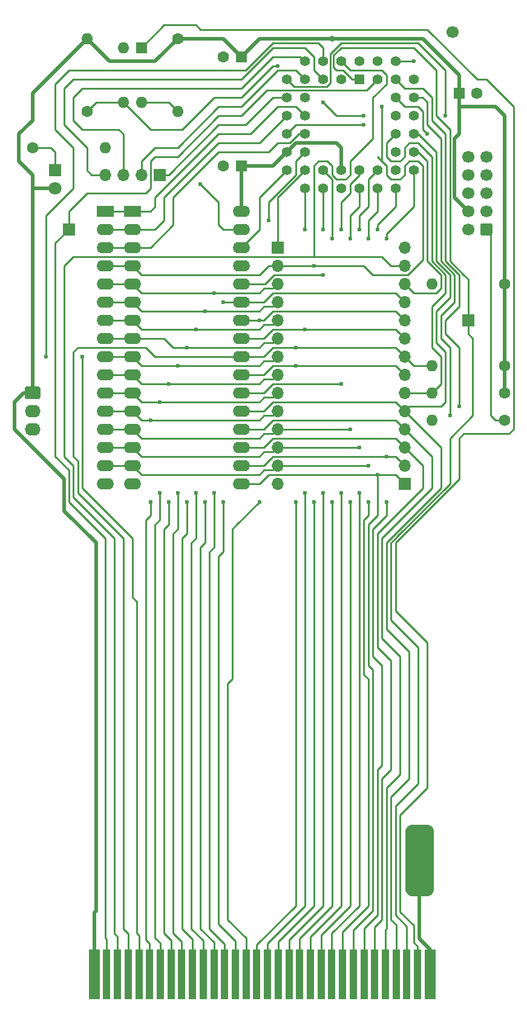
<source format=gbr>
G04 #@! TF.GenerationSoftware,KiCad,Pcbnew,(5.1.7)-1*
G04 #@! TF.CreationDate,2022-08-23T14:15:26-03:00*
G04 #@! TF.ProjectId,Squareboi2,53717561-7265-4626-9f69-322e6b696361,1*
G04 #@! TF.SameCoordinates,Original*
G04 #@! TF.FileFunction,Copper,L1,Top*
G04 #@! TF.FilePolarity,Positive*
%FSLAX46Y46*%
G04 Gerber Fmt 4.6, Leading zero omitted, Abs format (unit mm)*
G04 Created by KiCad (PCBNEW (5.1.7)-1) date 2022-08-23 14:15:26*
%MOMM*%
%LPD*%
G01*
G04 APERTURE LIST*
G04 #@! TA.AperFunction,ComponentPad*
%ADD10R,1.700000X1.700000*%
G04 #@! TD*
G04 #@! TA.AperFunction,ComponentPad*
%ADD11O,2.190000X1.740000*%
G04 #@! TD*
G04 #@! TA.AperFunction,ComponentPad*
%ADD12C,1.800000*%
G04 #@! TD*
G04 #@! TA.AperFunction,ComponentPad*
%ADD13R,1.800000X1.800000*%
G04 #@! TD*
G04 #@! TA.AperFunction,ComponentPad*
%ADD14O,1.600000X1.600000*%
G04 #@! TD*
G04 #@! TA.AperFunction,ComponentPad*
%ADD15C,1.600000*%
G04 #@! TD*
G04 #@! TA.AperFunction,ComponentPad*
%ADD16R,1.600000X1.600000*%
G04 #@! TD*
G04 #@! TA.AperFunction,ComponentPad*
%ADD17C,1.700000*%
G04 #@! TD*
G04 #@! TA.AperFunction,ComponentPad*
%ADD18O,1.700000X1.700000*%
G04 #@! TD*
G04 #@! TA.AperFunction,ComponentPad*
%ADD19O,2.400000X1.600000*%
G04 #@! TD*
G04 #@! TA.AperFunction,ComponentPad*
%ADD20R,2.400000X1.600000*%
G04 #@! TD*
G04 #@! TA.AperFunction,ComponentPad*
%ADD21C,1.422400*%
G04 #@! TD*
G04 #@! TA.AperFunction,ComponentPad*
%ADD22R,1.422400X1.422400*%
G04 #@! TD*
G04 #@! TA.AperFunction,SMDPad,CuDef*
%ADD23R,1.500000X7.000000*%
G04 #@! TD*
G04 #@! TA.AperFunction,SMDPad,CuDef*
%ADD24R,1.000000X7.000000*%
G04 #@! TD*
G04 #@! TA.AperFunction,ViaPad*
%ADD25C,0.800000*%
G04 #@! TD*
G04 #@! TA.AperFunction,ViaPad*
%ADD26C,0.600000*%
G04 #@! TD*
G04 #@! TA.AperFunction,Conductor*
%ADD27C,0.500000*%
G04 #@! TD*
G04 #@! TA.AperFunction,Conductor*
%ADD28C,0.250000*%
G04 #@! TD*
G04 #@! TA.AperFunction,Conductor*
%ADD29C,0.254000*%
G04 #@! TD*
G04 #@! TA.AperFunction,Conductor*
%ADD30C,0.100000*%
G04 #@! TD*
G04 APERTURE END LIST*
D10*
X83820000Y-63500000D03*
D11*
X22860000Y-78740000D03*
X22860000Y-76200000D03*
G04 #@! TA.AperFunction,ComponentPad*
G36*
G01*
X22014999Y-72790000D02*
X23705001Y-72790000D01*
G75*
G02*
X23955000Y-73039999I0J-249999D01*
G01*
X23955000Y-74280001D01*
G75*
G02*
X23705001Y-74530000I-249999J0D01*
G01*
X22014999Y-74530000D01*
G75*
G02*
X21765000Y-74280001I0J249999D01*
G01*
X21765000Y-73039999D01*
G75*
G02*
X22014999Y-72790000I249999J0D01*
G01*
G37*
G04 #@! TD.AperFunction*
D12*
X26035000Y-45085000D03*
D13*
X26035000Y-42545000D03*
D14*
X33020000Y-39370000D03*
D15*
X22860000Y-39370000D03*
D14*
X78740000Y-77470000D03*
D15*
X88900000Y-77470000D03*
D14*
X78740000Y-73660000D03*
D15*
X88900000Y-73660000D03*
D14*
X78740000Y-69850000D03*
D15*
X88900000Y-69850000D03*
D14*
X78740000Y-58420000D03*
D15*
X88900000Y-58420000D03*
D14*
X30480000Y-24130000D03*
D15*
X30480000Y-34290000D03*
D14*
X43180000Y-34290000D03*
D15*
X43180000Y-24130000D03*
D14*
X38100000Y-33020000D03*
X35560000Y-25400000D03*
X35560000Y-33020000D03*
D16*
X38100000Y-25400000D03*
D17*
X83820000Y-40640000D03*
X83820000Y-43180000D03*
X83820000Y-45720000D03*
X83820000Y-48260000D03*
X83820000Y-50800000D03*
X86360000Y-40640000D03*
X86360000Y-43180000D03*
X86360000Y-45720000D03*
X86360000Y-48260000D03*
G04 #@! TA.AperFunction,ComponentPad*
G36*
G01*
X87210000Y-50200000D02*
X87210000Y-51400000D01*
G75*
G02*
X86960000Y-51650000I-250000J0D01*
G01*
X85760000Y-51650000D01*
G75*
G02*
X85510000Y-51400000I0J250000D01*
G01*
X85510000Y-50200000D01*
G75*
G02*
X85760000Y-49950000I250000J0D01*
G01*
X86960000Y-49950000D01*
G75*
G02*
X87210000Y-50200000I0J-250000D01*
G01*
G37*
G04 #@! TD.AperFunction*
D18*
X74930000Y-53340000D03*
X74930000Y-55880000D03*
X74930000Y-58420000D03*
X74930000Y-60960000D03*
X74930000Y-63500000D03*
X74930000Y-66040000D03*
X74930000Y-68580000D03*
X74930000Y-71120000D03*
X74930000Y-73660000D03*
X74930000Y-76200000D03*
X74930000Y-78740000D03*
X74930000Y-81280000D03*
X74930000Y-83820000D03*
D10*
X74930000Y-86360000D03*
D18*
X57150000Y-86360000D03*
X57150000Y-83820000D03*
X57150000Y-81280000D03*
X57150000Y-78740000D03*
X57150000Y-76200000D03*
X57150000Y-73660000D03*
X57150000Y-71120000D03*
X57150000Y-68580000D03*
X57150000Y-66040000D03*
X57150000Y-63500000D03*
X57150000Y-60960000D03*
X57150000Y-58420000D03*
X57150000Y-55880000D03*
D10*
X57150000Y-53340000D03*
D18*
X33020000Y-43180000D03*
X35560000Y-43180000D03*
X38100000Y-43180000D03*
D10*
X40640000Y-43180000D03*
D19*
X33020000Y-86360000D03*
X33020000Y-83820000D03*
X33020000Y-81280000D03*
X33020000Y-78740000D03*
X33020000Y-76200000D03*
X33020000Y-73660000D03*
X33020000Y-71120000D03*
X33020000Y-68580000D03*
X33020000Y-66040000D03*
X33020000Y-63500000D03*
X33020000Y-60960000D03*
X33020000Y-58420000D03*
X33020000Y-55880000D03*
X33020000Y-53340000D03*
X33020000Y-50800000D03*
D20*
X33020000Y-48260000D03*
D10*
X27940000Y-50800000D03*
D15*
X85050000Y-31750000D03*
D16*
X82550000Y-31750000D03*
D17*
X81661000Y-23241000D03*
D19*
X52070000Y-48260000D03*
X36830000Y-86360000D03*
X52070000Y-50800000D03*
X36830000Y-83820000D03*
X52070000Y-53340000D03*
X36830000Y-81280000D03*
X52070000Y-55880000D03*
X36830000Y-78740000D03*
X52070000Y-58420000D03*
X36830000Y-76200000D03*
X52070000Y-60960000D03*
X36830000Y-73660000D03*
X52070000Y-63500000D03*
X36830000Y-71120000D03*
X52070000Y-66040000D03*
X36830000Y-68580000D03*
X52070000Y-68580000D03*
X36830000Y-66040000D03*
X52070000Y-71120000D03*
X36830000Y-63500000D03*
X52070000Y-73660000D03*
X36830000Y-60960000D03*
X52070000Y-76200000D03*
X36830000Y-58420000D03*
X52070000Y-78740000D03*
X36830000Y-55880000D03*
X52070000Y-81280000D03*
X36830000Y-53340000D03*
X52070000Y-83820000D03*
X36830000Y-50800000D03*
X52070000Y-86360000D03*
D20*
X36830000Y-48260000D03*
D21*
X76200000Y-29845000D03*
X76200000Y-32385000D03*
X76200000Y-34925000D03*
X76200000Y-37465000D03*
X76200000Y-40005000D03*
X73660000Y-27305000D03*
X73660000Y-32385000D03*
X73660000Y-34925000D03*
X73660000Y-37465000D03*
X73660000Y-40005000D03*
X73660000Y-42545000D03*
X73660000Y-45085000D03*
X71120000Y-45085000D03*
X68580000Y-45085000D03*
X66040000Y-45085000D03*
X63500000Y-45085000D03*
X60960000Y-45085000D03*
X76200000Y-42545000D03*
X71120000Y-42545000D03*
X68580000Y-42545000D03*
X66040000Y-42545000D03*
X63500000Y-42545000D03*
X60960000Y-42545000D03*
X58420000Y-42545000D03*
X58420000Y-40005000D03*
X58420000Y-37465000D03*
X58420000Y-34925000D03*
X58420000Y-32385000D03*
X58420000Y-29845000D03*
X60960000Y-40005000D03*
X60960000Y-37465000D03*
X60960000Y-34925000D03*
X60960000Y-32385000D03*
X60960000Y-29845000D03*
X71120000Y-27305000D03*
X68580000Y-27305000D03*
X60960000Y-27305000D03*
X63500000Y-27305000D03*
X66040000Y-27305000D03*
X73660000Y-29845000D03*
X71120000Y-29845000D03*
X63500000Y-29845000D03*
X66040000Y-29845000D03*
D22*
X68580000Y-29845000D03*
D23*
X78500000Y-155000000D03*
D24*
X76750000Y-155000000D03*
X75250000Y-155000000D03*
X73750000Y-155000000D03*
X72250000Y-155000000D03*
X70750000Y-155000000D03*
X69250000Y-155000000D03*
X67750000Y-155000000D03*
X66250000Y-155000000D03*
X64750000Y-155000000D03*
X63250000Y-155000000D03*
X61750000Y-155000000D03*
X60250000Y-155000000D03*
X58750000Y-155000000D03*
X57250000Y-155000000D03*
X55750000Y-155000000D03*
X54250000Y-155000000D03*
X52750000Y-155000000D03*
X51250000Y-155000000D03*
X49750000Y-155000000D03*
X48250000Y-155000000D03*
X46750000Y-155000000D03*
X45250000Y-155000000D03*
X43750000Y-155000000D03*
X42250000Y-155000000D03*
X40750000Y-155000000D03*
X39250000Y-155000000D03*
X37750000Y-155000000D03*
X36250000Y-155000000D03*
X34750000Y-155000000D03*
X33250000Y-155000000D03*
D23*
X31500000Y-155000000D03*
D15*
X49570000Y-41910000D03*
D16*
X52070000Y-41910000D03*
D15*
X49570000Y-26670000D03*
D16*
X52070000Y-26670000D03*
D25*
X64770000Y-24130000D03*
D26*
X76000000Y-143000000D03*
X78000000Y-143000000D03*
X77000000Y-142000000D03*
X76000000Y-141000000D03*
X78000000Y-141000000D03*
X77000000Y-140000000D03*
X76000000Y-139000000D03*
X78000000Y-139000000D03*
X77000000Y-138000000D03*
X76000000Y-137000000D03*
X78000000Y-137000000D03*
X77000000Y-136000000D03*
X76000000Y-135000000D03*
X78000000Y-135000000D03*
X81280000Y-76835000D03*
X82550000Y-75565000D03*
X72390000Y-82550000D03*
X72390000Y-52070000D03*
X72390000Y-88900000D03*
X71120000Y-85090000D03*
X71120000Y-50800000D03*
X69850000Y-83820000D03*
X69850000Y-88900000D03*
X69850000Y-52070000D03*
X68580000Y-81280000D03*
X68580000Y-87630000D03*
X68580000Y-50800000D03*
X67310000Y-78740000D03*
X67310000Y-88900000D03*
X67310000Y-52070000D03*
X66040000Y-87630000D03*
X66040000Y-72390000D03*
X66040000Y-50800000D03*
X64770000Y-88900000D03*
X64770000Y-52070000D03*
X63500000Y-87630000D03*
X63500000Y-57150000D03*
X63500000Y-50800000D03*
X62230000Y-55880000D03*
X62230000Y-88900000D03*
X71755000Y-33655000D03*
X60960000Y-87630000D03*
X60960000Y-64770000D03*
X59690000Y-88900000D03*
X59690000Y-69850000D03*
X54610000Y-63500000D03*
X54610000Y-88900000D03*
X49530000Y-60960000D03*
X49530000Y-88900000D03*
X48260000Y-87630000D03*
X48260000Y-59690000D03*
X46990000Y-88920000D03*
X46990000Y-62230000D03*
X45720000Y-87630000D03*
X45720000Y-64770000D03*
X44450000Y-88900000D03*
X44450000Y-67310000D03*
X43180000Y-87630000D03*
X43180000Y-69850000D03*
X41910000Y-88900000D03*
X41910000Y-72390000D03*
X40640000Y-87630000D03*
X40640000Y-74930000D03*
X39370000Y-88900000D03*
X39370000Y-77470000D03*
X80645000Y-34925000D03*
X69215000Y-36195000D03*
X78105000Y-37465000D03*
X55880000Y-49530000D03*
X29845000Y-68580000D03*
X24765000Y-68580000D03*
X60960000Y-50800000D03*
X59690000Y-67310000D03*
X46355000Y-44450000D03*
X63500000Y-33020000D03*
X57150000Y-27940000D03*
X69215000Y-34925000D03*
X76200000Y-27305000D03*
D27*
X52070000Y-41910000D02*
X52070000Y-48260000D01*
X56515000Y-41910000D02*
X58420000Y-40005000D01*
X52070000Y-41910000D02*
X56515000Y-41910000D01*
X66040000Y-39370000D02*
X66040000Y-42545000D01*
X52070000Y-26670000D02*
X54610000Y-24130000D01*
X54610000Y-24130000D02*
X64770000Y-24130000D01*
X64770000Y-24130000D02*
X64770000Y-24130000D01*
X58420000Y-40005000D02*
X59690000Y-38735000D01*
X65405000Y-38735000D02*
X66040000Y-39370000D01*
X59690000Y-38735000D02*
X65405000Y-38735000D01*
X52070000Y-26670000D02*
X49530000Y-24130000D01*
X46990000Y-24130000D02*
X49530000Y-24130000D01*
X83820000Y-48260000D02*
X81915000Y-46355000D01*
X81915000Y-46355000D02*
X81915000Y-38100000D01*
X81915000Y-38100000D02*
X82550000Y-37465000D01*
X82550000Y-37465000D02*
X82550000Y-34290000D01*
X82550000Y-29210000D02*
X82550000Y-31750000D01*
X77470000Y-24130000D02*
X82550000Y-29210000D01*
X64770000Y-24130000D02*
X77470000Y-24130000D01*
X30480000Y-24130000D02*
X33655000Y-27305000D01*
X33655000Y-27305000D02*
X40005000Y-27305000D01*
X40005000Y-27305000D02*
X43180000Y-24130000D01*
X43180000Y-24130000D02*
X46990000Y-24130000D01*
X82550000Y-33655000D02*
X87630000Y-33655000D01*
X82550000Y-31750000D02*
X82550000Y-33655000D01*
X82550000Y-33655000D02*
X82550000Y-34290000D01*
X88900000Y-34925000D02*
X88900000Y-58420000D01*
X87630000Y-33655000D02*
X88900000Y-34925000D01*
X88900000Y-58420000D02*
X88900000Y-62230000D01*
X88900000Y-73660000D02*
X88900000Y-69850000D01*
X88900000Y-66040000D02*
X88900000Y-69850000D01*
X88900000Y-62230000D02*
X88900000Y-66040000D01*
X27305000Y-90170000D02*
X27305000Y-85725000D01*
X31750000Y-94615000D02*
X27305000Y-90170000D01*
X31750000Y-146050000D02*
X31750000Y-94615000D01*
X31500000Y-146300000D02*
X31750000Y-146050000D01*
X31500000Y-155000000D02*
X31500000Y-146300000D01*
X22860000Y-31750000D02*
X30480000Y-24130000D01*
X20955000Y-37465000D02*
X22860000Y-35560000D01*
X20955000Y-41275000D02*
X20955000Y-37465000D01*
X22860000Y-43180000D02*
X20955000Y-41275000D01*
X22860000Y-35560000D02*
X22860000Y-31750000D01*
X22860000Y-45085000D02*
X26035000Y-45085000D01*
X22860000Y-71120000D02*
X22860000Y-45085000D01*
X22860000Y-45085000D02*
X22860000Y-43180000D01*
X27305000Y-85725000D02*
X20320000Y-78740000D01*
X20320000Y-78740000D02*
X20320000Y-74930000D01*
X20320000Y-74930000D02*
X21590000Y-73660000D01*
X21590000Y-73660000D02*
X22860000Y-73660000D01*
X22860000Y-73660000D02*
X22860000Y-71120000D01*
X78500000Y-155000000D02*
X78500000Y-151500000D01*
X77000000Y-150000000D02*
X77000000Y-146000000D01*
X78500000Y-151500000D02*
X77000000Y-150000000D01*
X77000000Y-146000000D02*
X77000000Y-144000000D01*
X77000000Y-144000000D02*
X77000000Y-142000000D01*
X77000000Y-142000000D02*
X77000000Y-140000000D01*
X77000000Y-140000000D02*
X77000000Y-138000000D01*
X77000000Y-138000000D02*
X77000000Y-136000000D01*
D28*
X52070000Y-76200000D02*
X55245000Y-76200000D01*
X55245000Y-76200000D02*
X56515000Y-74930000D01*
X56515000Y-74930000D02*
X73660000Y-74930000D01*
X73660000Y-74930000D02*
X74930000Y-76200000D01*
X80010000Y-81280000D02*
X74930000Y-76200000D01*
X72390000Y-106680000D02*
X72390000Y-94612180D01*
X75565000Y-109855000D02*
X72390000Y-106680000D01*
X80010000Y-86992180D02*
X80010000Y-81280000D01*
X75565000Y-127635000D02*
X75565000Y-109855000D01*
X72390000Y-94612180D02*
X80010000Y-86992180D01*
X73025000Y-130175000D02*
X75565000Y-127635000D01*
X73025000Y-147320000D02*
X73025000Y-130175000D01*
X73750000Y-148045000D02*
X73025000Y-147320000D01*
X73750000Y-155000000D02*
X73750000Y-148045000D01*
X79376410Y-40006410D02*
X76835000Y-37465000D01*
X76835000Y-37465000D02*
X76200000Y-37465000D01*
X79376410Y-55243590D02*
X79376410Y-40006410D01*
X80645000Y-67945000D02*
X79375000Y-66675000D01*
X81280000Y-60325000D02*
X81280000Y-57147180D01*
X80645000Y-74930000D02*
X80645000Y-67945000D01*
X79375000Y-62230000D02*
X81280000Y-60325000D01*
X80010000Y-75565000D02*
X80645000Y-74930000D01*
X79375000Y-66675000D02*
X79375000Y-62230000D01*
X75565000Y-75565000D02*
X80010000Y-75565000D01*
X81280000Y-57147180D02*
X79376410Y-55243590D01*
X74930000Y-76200000D02*
X75565000Y-75565000D01*
X55245000Y-78740000D02*
X56515000Y-77470000D01*
X52070000Y-78740000D02*
X55245000Y-78740000D01*
X56515000Y-77470000D02*
X73660000Y-77470000D01*
X73660000Y-77470000D02*
X74930000Y-78740000D01*
X78740000Y-82550000D02*
X74930000Y-78740000D01*
X72250000Y-155000000D02*
X72250000Y-148730000D01*
X78105000Y-87631410D02*
X78105000Y-87630000D01*
X72250000Y-148730000D02*
X72390000Y-148590000D01*
X72390000Y-148590000D02*
X72390000Y-128905000D01*
X76832180Y-88900000D02*
X76836410Y-88900000D01*
X72390000Y-128905000D02*
X74295000Y-127000000D01*
X74295000Y-127000000D02*
X74295000Y-110490000D01*
X74295000Y-110490000D02*
X71755000Y-107950000D01*
X71755000Y-107950000D02*
X71755000Y-93977180D01*
X71755000Y-93977180D02*
X76832180Y-88900000D01*
X76836410Y-88900000D02*
X78105000Y-87631410D01*
X78105000Y-87630000D02*
X78740000Y-86995000D01*
X78740000Y-86995000D02*
X78740000Y-82550000D01*
X78105000Y-33020000D02*
X77470000Y-32385000D01*
X80012115Y-38102115D02*
X78105000Y-36195000D01*
X81915000Y-57145770D02*
X80012115Y-55242885D01*
X81915000Y-60960000D02*
X81915000Y-57145770D01*
X80010000Y-62865000D02*
X81915000Y-60960000D01*
X77470000Y-32385000D02*
X76200000Y-32385000D01*
X78105000Y-36195000D02*
X78105000Y-33020000D01*
X80012115Y-55242885D02*
X80012115Y-38102115D01*
X80010000Y-66040000D02*
X80010000Y-62865000D01*
X81280000Y-67310000D02*
X80010000Y-66040000D01*
X81280000Y-76835000D02*
X81280000Y-67310000D01*
X52070000Y-81280000D02*
X55245000Y-81280000D01*
X55245000Y-81280000D02*
X56515000Y-80010000D01*
X73660000Y-80010000D02*
X74930000Y-81280000D01*
X56515000Y-80010000D02*
X73660000Y-80010000D01*
X77470000Y-86995000D02*
X77470000Y-83820000D01*
X71120000Y-93345000D02*
X77470000Y-86995000D01*
X71120000Y-109220000D02*
X71120000Y-93345000D01*
X73025000Y-111125000D02*
X71120000Y-109220000D01*
X71755000Y-127635000D02*
X73025000Y-126365000D01*
X77470000Y-83820000D02*
X74930000Y-81280000D01*
X71755000Y-147320000D02*
X71755000Y-127635000D01*
X70750000Y-148325000D02*
X71755000Y-147320000D01*
X73025000Y-126365000D02*
X73025000Y-111125000D01*
X70750000Y-155000000D02*
X70750000Y-148325000D01*
X74930000Y-31115000D02*
X73660000Y-29845000D01*
X78740000Y-32385000D02*
X77470000Y-31115000D01*
X78740000Y-35560000D02*
X78740000Y-32385000D01*
X77470000Y-31115000D02*
X74930000Y-31115000D01*
X80647820Y-37467820D02*
X78740000Y-35560000D01*
X80647820Y-55242180D02*
X80647820Y-37467820D01*
X82550000Y-57144360D02*
X80647820Y-55242180D01*
X80645000Y-63500000D02*
X82550000Y-61595000D01*
X82550000Y-61595000D02*
X82550000Y-57144360D01*
X80645000Y-65405000D02*
X80645000Y-63500000D01*
X82550000Y-67310000D02*
X80645000Y-65405000D01*
X82550000Y-75565000D02*
X82550000Y-67310000D01*
X73660000Y-82550000D02*
X74930000Y-83820000D01*
X56680998Y-82550000D02*
X72390000Y-82550000D01*
X72390000Y-82550000D02*
X73660000Y-82550000D01*
X72390000Y-52070000D02*
X72390000Y-51435000D01*
X76200000Y-47625000D02*
X76200000Y-42545000D01*
X72390000Y-51435000D02*
X76200000Y-47625000D01*
X55245000Y-83820000D02*
X56515000Y-82550000D01*
X52070000Y-83820000D02*
X55245000Y-83820000D01*
X56515000Y-82550000D02*
X56680998Y-82550000D01*
X72390000Y-88900000D02*
X72390000Y-88900000D01*
X72390000Y-89535000D02*
X72390000Y-88900000D01*
X72390000Y-90805000D02*
X72390000Y-89535000D01*
X70485000Y-92710000D02*
X72390000Y-90805000D01*
X70485000Y-110490000D02*
X70485000Y-92710000D01*
X71755000Y-111760000D02*
X70485000Y-110490000D01*
X71755000Y-125730000D02*
X71755000Y-111760000D01*
X71120000Y-126365000D02*
X71755000Y-125730000D01*
X69250000Y-148555000D02*
X71120000Y-146685000D01*
X71120000Y-146685000D02*
X71120000Y-126365000D01*
X69250000Y-155000000D02*
X69250000Y-148555000D01*
X52070000Y-86360000D02*
X54610000Y-86360000D01*
X54610000Y-86360000D02*
X55880000Y-85090000D01*
X73660000Y-85090000D02*
X74930000Y-86360000D01*
X55880000Y-85090000D02*
X71120000Y-85090000D01*
X71120000Y-85090000D02*
X73660000Y-85090000D01*
X71120000Y-50800000D02*
X71120000Y-50165000D01*
X73660000Y-47625000D02*
X73660000Y-45085000D01*
X71120000Y-50165000D02*
X73660000Y-47625000D01*
X71120000Y-87630000D02*
X71120000Y-85090000D01*
X71120000Y-90805000D02*
X71120000Y-87630000D01*
X69850000Y-111760000D02*
X69850000Y-92075000D01*
X69850000Y-92075000D02*
X71120000Y-90805000D01*
X70485000Y-146050000D02*
X70485000Y-112395000D01*
X70485000Y-112395000D02*
X69850000Y-111760000D01*
X67750000Y-148785000D02*
X70485000Y-146050000D01*
X67750000Y-155000000D02*
X67750000Y-148785000D01*
X57150000Y-83820000D02*
X68580000Y-83820000D01*
X68580000Y-83820000D02*
X69850000Y-83820000D01*
X69850000Y-83820000D02*
X69850000Y-83820000D01*
X69850000Y-88900000D02*
X69850000Y-88900000D01*
X69850000Y-52070000D02*
X69850000Y-49530000D01*
X71120000Y-48260000D02*
X71120000Y-45085000D01*
X69850000Y-49530000D02*
X71120000Y-48260000D01*
X36830000Y-83820000D02*
X38100000Y-85090000D01*
X38100000Y-85090000D02*
X54610000Y-85090000D01*
X54610000Y-85090000D02*
X55245000Y-84455000D01*
X56515000Y-84455000D02*
X57150000Y-83820000D01*
X55245000Y-84455000D02*
X56515000Y-84455000D01*
X36830000Y-83820000D02*
X33020000Y-83820000D01*
X69850000Y-90805000D02*
X69850000Y-88900000D01*
X69215000Y-91440000D02*
X69850000Y-90805000D01*
X69850000Y-113665000D02*
X69215000Y-113030000D01*
X69850000Y-145415000D02*
X69850000Y-113665000D01*
X69215000Y-113030000D02*
X69215000Y-91440000D01*
X66250000Y-149015000D02*
X69850000Y-145415000D01*
X66250000Y-155000000D02*
X66250000Y-149015000D01*
X57150000Y-81280000D02*
X67310000Y-81280000D01*
X67310000Y-81280000D02*
X68580000Y-81280000D01*
X68580000Y-81280000D02*
X68580000Y-81280000D01*
X68580000Y-87630000D02*
X68580000Y-87630000D01*
X68580000Y-50800000D02*
X68580000Y-48895000D01*
X68580000Y-48895000D02*
X69850000Y-47625000D01*
X69850000Y-43815000D02*
X71120000Y-42545000D01*
X69850000Y-47625000D02*
X69850000Y-43815000D01*
X36830000Y-81280000D02*
X38100000Y-82550000D01*
X57150000Y-81280000D02*
X56515000Y-81915000D01*
X55245000Y-81915000D02*
X54610000Y-82550000D01*
X56515000Y-81915000D02*
X55245000Y-81915000D01*
X38100000Y-82550000D02*
X54610000Y-82550000D01*
X68580000Y-145415000D02*
X68580000Y-87630000D01*
X64750000Y-149245000D02*
X68580000Y-145415000D01*
X64750000Y-155000000D02*
X64750000Y-149245000D01*
X36830000Y-81280000D02*
X33020000Y-81280000D01*
X57150000Y-78740000D02*
X66040000Y-78740000D01*
X66040000Y-78740000D02*
X67310000Y-78740000D01*
X67310000Y-78740000D02*
X67310000Y-78740000D01*
X67310000Y-88900000D02*
X67310000Y-88900000D01*
X67310000Y-52070000D02*
X67310000Y-48895000D01*
X68580000Y-47625000D02*
X68580000Y-45085000D01*
X67310000Y-48895000D02*
X68580000Y-47625000D01*
X38100000Y-80010000D02*
X54610000Y-80010000D01*
X56515000Y-78740000D02*
X57150000Y-78740000D01*
X36830000Y-78740000D02*
X38100000Y-80010000D01*
X56699990Y-79190010D02*
X57150000Y-78740000D01*
X54610000Y-80010000D02*
X55245000Y-79375000D01*
X56515000Y-79375000D02*
X57150000Y-78740000D01*
X55245000Y-79375000D02*
X56515000Y-79375000D01*
X67310000Y-145415000D02*
X67310000Y-88900000D01*
X63250000Y-149475000D02*
X67310000Y-145415000D01*
X63250000Y-155000000D02*
X63250000Y-149475000D01*
X36830000Y-78740000D02*
X33020000Y-78740000D01*
X66040000Y-87630000D02*
X66040000Y-87630000D01*
X66040000Y-72390000D02*
X66040000Y-72390000D01*
X68580000Y-43180000D02*
X68580000Y-42545000D01*
X67310000Y-44450000D02*
X68580000Y-43180000D01*
X67310000Y-45720000D02*
X67310000Y-44450000D01*
X66040000Y-46990000D02*
X67310000Y-45720000D01*
X66040000Y-50800000D02*
X66040000Y-46990000D01*
X55245000Y-73660000D02*
X56515000Y-72390000D01*
X52070000Y-73660000D02*
X55245000Y-73660000D01*
X56515000Y-72390000D02*
X57150000Y-72390000D01*
X57150000Y-72390000D02*
X66040000Y-72390000D01*
X66040000Y-145415000D02*
X66040000Y-87630000D01*
X61750000Y-149705000D02*
X66040000Y-145415000D01*
X61750000Y-155000000D02*
X61750000Y-149705000D01*
X64770000Y-88900000D02*
X64770000Y-88900000D01*
X64770000Y-43815000D02*
X63500000Y-42545000D01*
X64770000Y-52070000D02*
X64770000Y-43815000D01*
X64770000Y-145415000D02*
X64770000Y-88900000D01*
X60250000Y-149935000D02*
X64770000Y-145415000D01*
X60250000Y-155000000D02*
X60250000Y-149935000D01*
X63500000Y-87630000D02*
X63500000Y-87630000D01*
X55410998Y-58420000D02*
X56680998Y-57150000D01*
X52070000Y-58420000D02*
X55410998Y-58420000D01*
X56680998Y-57150000D02*
X63500000Y-57150000D01*
X63500000Y-57150000D02*
X63500000Y-57150000D01*
X63500000Y-50800000D02*
X63500000Y-45085000D01*
X63500000Y-145415000D02*
X63500000Y-87630000D01*
X58750000Y-150165000D02*
X63500000Y-145415000D01*
X58750000Y-155000000D02*
X58750000Y-150165000D01*
X57150000Y-55880000D02*
X62230000Y-55880000D01*
X62230000Y-55880000D02*
X62230000Y-55880000D01*
X36830000Y-55880000D02*
X38100000Y-57150000D01*
X38100000Y-57150000D02*
X54610000Y-57150000D01*
X54610000Y-57150000D02*
X55880000Y-55880000D01*
X55880000Y-55880000D02*
X57150000Y-55880000D01*
X62230000Y-145415000D02*
X62230000Y-88900000D01*
X57250000Y-150395000D02*
X62230000Y-145415000D01*
X57250000Y-155000000D02*
X57250000Y-150395000D01*
X36830000Y-55880000D02*
X33020000Y-55880000D01*
X62230000Y-55880000D02*
X69215000Y-55880000D01*
X69215000Y-55880000D02*
X70485000Y-57150000D01*
X75399002Y-57150000D02*
X77470000Y-55079002D01*
X70485000Y-57150000D02*
X75399002Y-57150000D01*
X77470000Y-55079002D02*
X77470000Y-42545000D01*
X77470000Y-42545000D02*
X77470000Y-41910000D01*
X77470000Y-41910000D02*
X76835000Y-41275000D01*
X76835000Y-41275000D02*
X75565000Y-41275000D01*
X75565000Y-41275000D02*
X74930000Y-41910000D01*
X74930000Y-41910000D02*
X74930000Y-43180000D01*
X74930000Y-43180000D02*
X74295000Y-43815000D01*
X74295000Y-43815000D02*
X73025000Y-43815000D01*
X73025000Y-43815000D02*
X72390000Y-43180000D01*
X72390000Y-43180000D02*
X72390000Y-41910000D01*
X72390000Y-41910000D02*
X71755000Y-41275000D01*
X71755000Y-41275000D02*
X71120000Y-40640000D01*
X71755000Y-41275000D02*
X71755000Y-33655000D01*
X71755000Y-33655000D02*
X71755000Y-33655000D01*
X55245000Y-66040000D02*
X56515000Y-64770000D01*
X52070000Y-66040000D02*
X55245000Y-66040000D01*
X56515000Y-64770000D02*
X60960000Y-64770000D01*
X73660000Y-64770000D02*
X74930000Y-66040000D01*
X60960000Y-64770000D02*
X73660000Y-64770000D01*
X60960000Y-145415000D02*
X60960000Y-87630000D01*
X55750000Y-150625000D02*
X60960000Y-145415000D01*
X55750000Y-155000000D02*
X55750000Y-150625000D01*
X52070000Y-71120000D02*
X55245000Y-71120000D01*
X55245000Y-71120000D02*
X56515000Y-69850000D01*
X56515000Y-69850000D02*
X73660000Y-69850000D01*
X73660000Y-69850000D02*
X74930000Y-71120000D01*
X59690000Y-145415000D02*
X59690000Y-113030000D01*
X54250000Y-150855000D02*
X59690000Y-145415000D01*
X54250000Y-155000000D02*
X54250000Y-150855000D01*
X59690000Y-113030000D02*
X59690000Y-88900000D01*
X52750000Y-155000000D02*
X52750000Y-152000000D01*
X52070000Y-63500000D02*
X54610000Y-63500000D01*
X54610000Y-63500000D02*
X55245000Y-63500000D01*
X55245000Y-63500000D02*
X56515000Y-62230000D01*
X56515000Y-62230000D02*
X73660000Y-62230000D01*
X73660000Y-62230000D02*
X74930000Y-63500000D01*
X51435000Y-92075000D02*
X54610000Y-88900000D01*
X50165000Y-147320000D02*
X50165000Y-114300000D01*
X52750000Y-149905000D02*
X50165000Y-147320000D01*
X52750000Y-155000000D02*
X52750000Y-149905000D01*
X50800000Y-92710000D02*
X51435000Y-92075000D01*
X50800000Y-113665000D02*
X50800000Y-92710000D01*
X50165000Y-114300000D02*
X50800000Y-113665000D01*
X52070000Y-60960000D02*
X49530000Y-60960000D01*
X49530000Y-88900000D02*
X49530000Y-88900000D01*
X52070000Y-60960000D02*
X55245000Y-60960000D01*
X55245000Y-60960000D02*
X56515000Y-59690000D01*
X56515000Y-59690000D02*
X73660000Y-59690000D01*
X73660000Y-59690000D02*
X74930000Y-60960000D01*
X49530000Y-95885000D02*
X49530000Y-88900000D01*
X48895000Y-96520000D02*
X49530000Y-95885000D01*
X48895000Y-147955000D02*
X48895000Y-96520000D01*
X51250000Y-150310000D02*
X48895000Y-147955000D01*
X51250000Y-155000000D02*
X51250000Y-150310000D01*
X36830000Y-58420000D02*
X38100000Y-59690000D01*
X38100000Y-59690000D02*
X54610000Y-59690000D01*
X54610000Y-59690000D02*
X55245000Y-59055000D01*
X56515000Y-59055000D02*
X57150000Y-58420000D01*
X55245000Y-59055000D02*
X56515000Y-59055000D01*
X36830000Y-58420000D02*
X33020000Y-58420000D01*
X48260000Y-95250000D02*
X48260000Y-87630000D01*
X47625000Y-148590000D02*
X47625000Y-95885000D01*
X49750000Y-150715000D02*
X47625000Y-148590000D01*
X47625000Y-95885000D02*
X48260000Y-95250000D01*
X49750000Y-155000000D02*
X49750000Y-150715000D01*
X48250000Y-155000000D02*
X48250000Y-151937950D01*
X36830000Y-60960000D02*
X38100000Y-62230000D01*
X38100000Y-62230000D02*
X54610000Y-62230000D01*
X54610000Y-62230000D02*
X55245000Y-61595000D01*
X56515000Y-61595000D02*
X57150000Y-60960000D01*
X55245000Y-61595000D02*
X56515000Y-61595000D01*
X46990000Y-88920000D02*
X46990000Y-88920000D01*
X36830000Y-60960000D02*
X33020000Y-60960000D01*
X46990000Y-94615000D02*
X46990000Y-88920000D01*
X46355000Y-95250000D02*
X46990000Y-94615000D01*
X46355000Y-148590000D02*
X46355000Y-95250000D01*
X48250000Y-150485000D02*
X46355000Y-148590000D01*
X48250000Y-155000000D02*
X48250000Y-150485000D01*
X36830000Y-63500000D02*
X38100000Y-64770000D01*
X38100000Y-64770000D02*
X54610000Y-64770000D01*
X54610000Y-64770000D02*
X55245000Y-64135000D01*
X56515000Y-64135000D02*
X57150000Y-63500000D01*
X55245000Y-64135000D02*
X56515000Y-64135000D01*
X36830000Y-63500000D02*
X33020000Y-63500000D01*
X45720000Y-93980000D02*
X45720000Y-87630000D01*
X45085000Y-148590000D02*
X45085000Y-94615000D01*
X46750000Y-150255000D02*
X45085000Y-148590000D01*
X45085000Y-94615000D02*
X45720000Y-93980000D01*
X46750000Y-155000000D02*
X46750000Y-150255000D01*
X36830000Y-66040000D02*
X33020000Y-66040000D01*
X41275000Y-66040000D02*
X36830000Y-66040000D01*
X42545000Y-67310000D02*
X41275000Y-66040000D01*
X54610000Y-67310000D02*
X42545000Y-67310000D01*
X55245000Y-66675000D02*
X54610000Y-67310000D01*
X56515000Y-66675000D02*
X55245000Y-66675000D01*
X57150000Y-66040000D02*
X56515000Y-66675000D01*
X44450000Y-93345000D02*
X44450000Y-88900000D01*
X43815000Y-93980000D02*
X44450000Y-93345000D01*
X43815000Y-148590000D02*
X43815000Y-93980000D01*
X45250000Y-150025000D02*
X43815000Y-148590000D01*
X45250000Y-155000000D02*
X45250000Y-150025000D01*
X36830000Y-68580000D02*
X38100000Y-69850000D01*
X38100000Y-69850000D02*
X54610000Y-69850000D01*
X54610000Y-69850000D02*
X55245000Y-69215000D01*
X56515000Y-69215000D02*
X57150000Y-68580000D01*
X55245000Y-69215000D02*
X56515000Y-69215000D01*
X36830000Y-68580000D02*
X33020000Y-68580000D01*
X43180000Y-92710000D02*
X43180000Y-87630000D01*
X42545000Y-93345000D02*
X43180000Y-92710000D01*
X42545000Y-149225000D02*
X42545000Y-93345000D01*
X43750000Y-150430000D02*
X42545000Y-149225000D01*
X43750000Y-155000000D02*
X43750000Y-150430000D01*
X41910000Y-154660000D02*
X42250000Y-155000000D01*
X42250000Y-155000000D02*
X42535001Y-154714999D01*
X36830000Y-71120000D02*
X38100000Y-72390000D01*
X38100000Y-72390000D02*
X54610000Y-72390000D01*
X54610000Y-72390000D02*
X55245000Y-71755000D01*
X56515000Y-71755000D02*
X57150000Y-71120000D01*
X55245000Y-71755000D02*
X56515000Y-71755000D01*
X36830000Y-71120000D02*
X33020000Y-71120000D01*
X42250000Y-150835000D02*
X42250000Y-155000000D01*
X42250000Y-150200000D02*
X42250000Y-150835000D01*
X41275000Y-149225000D02*
X42250000Y-150200000D01*
X41275000Y-92710000D02*
X41275000Y-149225000D01*
X41910000Y-92075000D02*
X41275000Y-92710000D01*
X41910000Y-88900000D02*
X41910000Y-92075000D01*
X36830000Y-73660000D02*
X38100000Y-74930000D01*
X38100000Y-74930000D02*
X54610000Y-74930000D01*
X54610000Y-74930000D02*
X55245000Y-74295000D01*
X56515000Y-74295000D02*
X57150000Y-73660000D01*
X55245000Y-74295000D02*
X56515000Y-74295000D01*
X40640000Y-154890000D02*
X40750000Y-155000000D01*
X40750000Y-155000000D02*
X40750000Y-150605000D01*
X36830000Y-73660000D02*
X33020000Y-73660000D01*
X40640000Y-87630000D02*
X40640000Y-91440000D01*
X40640000Y-91440000D02*
X40005000Y-92075000D01*
X40005000Y-92075000D02*
X40005000Y-149860000D01*
X40005000Y-149860000D02*
X40750000Y-150605000D01*
X36830000Y-76200000D02*
X38100000Y-77470000D01*
X54610000Y-77470000D02*
X55245000Y-76835000D01*
X38100000Y-77470000D02*
X54610000Y-77470000D01*
X55245000Y-76835000D02*
X56515000Y-76835000D01*
X56515000Y-76835000D02*
X57150000Y-76200000D01*
X36830000Y-76200000D02*
X33020000Y-76200000D01*
X39250000Y-150615000D02*
X39250000Y-155000000D01*
X38735000Y-150100000D02*
X39250000Y-150615000D01*
X38735000Y-91440000D02*
X38735000Y-150100000D01*
X39370000Y-90805000D02*
X38735000Y-91440000D01*
X39370000Y-88900000D02*
X39370000Y-90805000D01*
X59456201Y-30881201D02*
X58420000Y-29845000D01*
X63997377Y-30881201D02*
X59456201Y-30881201D01*
X64553789Y-30324789D02*
X63997377Y-30881201D01*
X64553789Y-26251211D02*
X64553789Y-30324789D01*
X65405000Y-25398590D02*
X65405000Y-25400000D01*
X66038590Y-24765000D02*
X65405000Y-25398590D01*
X65405000Y-25400000D02*
X64553789Y-26251211D01*
X76835000Y-24765000D02*
X66038590Y-24765000D01*
X78105000Y-26035000D02*
X76835000Y-24765000D01*
X78105000Y-26035000D02*
X80645000Y-28575000D01*
X80645000Y-28575000D02*
X80645000Y-34925000D01*
X80645000Y-34925000D02*
X80645000Y-34925000D01*
X58420000Y-37465000D02*
X59690000Y-36195000D01*
X59690000Y-36195000D02*
X69215000Y-36195000D01*
X77470000Y-34290000D02*
X77470000Y-35560000D01*
X76835000Y-33655000D02*
X77470000Y-34290000D01*
X74930000Y-33655000D02*
X76835000Y-33655000D01*
X73660000Y-32385000D02*
X74930000Y-33655000D01*
X77470000Y-35560000D02*
X77470000Y-36830000D01*
X77470000Y-36830000D02*
X78105000Y-37465000D01*
X78105000Y-37465000D02*
X78105000Y-37465000D01*
X86995000Y-51435000D02*
X86360000Y-50800000D01*
X86995000Y-76835000D02*
X86995000Y-51435000D01*
X87630000Y-77470000D02*
X86995000Y-76835000D01*
X88900000Y-77470000D02*
X87630000Y-77470000D01*
X54610000Y-50800000D02*
X52070000Y-53340000D01*
X54610000Y-46355000D02*
X58420000Y-42545000D01*
X54610000Y-50800000D02*
X54610000Y-46355000D01*
X55880000Y-49530000D02*
X55880000Y-49530000D01*
X55880000Y-46990000D02*
X55880000Y-49530000D01*
X55880000Y-46988590D02*
X55880000Y-46990000D01*
X59690000Y-43178590D02*
X55880000Y-46988590D01*
X59690000Y-41275000D02*
X59690000Y-43178590D01*
X60960000Y-40005000D02*
X59690000Y-41275000D01*
X36830000Y-53340000D02*
X33020000Y-53340000D01*
X39370000Y-53340000D02*
X36830000Y-53340000D01*
X42545000Y-50165000D02*
X39370000Y-53340000D01*
X42545000Y-46355000D02*
X42545000Y-50165000D01*
X48895000Y-40005000D02*
X42545000Y-46355000D01*
X55880000Y-40005000D02*
X48895000Y-40005000D01*
X57150000Y-38735000D02*
X55880000Y-40005000D01*
X58876814Y-38735000D02*
X57150000Y-38735000D01*
X60146814Y-37465000D02*
X58876814Y-38735000D01*
X60960000Y-37465000D02*
X60146814Y-37465000D01*
X36830000Y-50800000D02*
X33020000Y-50800000D01*
X40005000Y-50800000D02*
X36830000Y-50800000D01*
X41275000Y-49530000D02*
X40005000Y-50800000D01*
X41275000Y-46355000D02*
X41275000Y-49530000D01*
X48895000Y-38735000D02*
X41275000Y-46355000D01*
X54610000Y-38735000D02*
X48895000Y-38735000D01*
X58420000Y-34925000D02*
X54610000Y-38735000D01*
X36830000Y-48260000D02*
X33020000Y-48260000D01*
X39370000Y-48260000D02*
X36830000Y-48260000D01*
X40005000Y-47625000D02*
X39370000Y-48260000D01*
X40005000Y-46355000D02*
X40005000Y-47625000D01*
X48895000Y-37465000D02*
X40005000Y-46355000D01*
X53340000Y-37465000D02*
X48895000Y-37465000D01*
X57151410Y-33653590D02*
X53340000Y-37465000D01*
X59688590Y-33653590D02*
X57151410Y-33653590D01*
X60960000Y-34925000D02*
X59688590Y-33653590D01*
X57150000Y-46355000D02*
X57150000Y-53340000D01*
X60960000Y-42545000D02*
X57150000Y-46355000D01*
X78105000Y-41275000D02*
X76835000Y-40005000D01*
X76835000Y-40005000D02*
X76200000Y-40005000D01*
X78105000Y-55245000D02*
X78105000Y-41275000D01*
X80010000Y-57150000D02*
X78105000Y-55245000D01*
X80010000Y-59055000D02*
X80010000Y-57150000D01*
X79375000Y-59690000D02*
X80010000Y-59055000D01*
X76200000Y-59690000D02*
X79375000Y-59690000D01*
X74930000Y-58420000D02*
X76200000Y-59690000D01*
X22860000Y-39370000D02*
X25400000Y-39370000D01*
X26035000Y-40005000D02*
X26035000Y-42545000D01*
X25400000Y-39370000D02*
X26035000Y-40005000D01*
X33250000Y-155000000D02*
X33250000Y-151723590D01*
X55646201Y-31348799D02*
X52070000Y-34925000D01*
X52070000Y-34925000D02*
X48895000Y-34925000D01*
X43180000Y-40640000D02*
X40005000Y-40640000D01*
X48895000Y-34925000D02*
X43180000Y-40640000D01*
X40005000Y-40640000D02*
X39370000Y-41275000D01*
X39370000Y-41275000D02*
X39370000Y-45085000D01*
X39370000Y-45085000D02*
X38735000Y-45720000D01*
X38735000Y-45720000D02*
X30480000Y-45720000D01*
X27940000Y-50800000D02*
X27940000Y-48260000D01*
X30480000Y-45720000D02*
X27940000Y-48260000D01*
X33250000Y-150265000D02*
X33250000Y-155000000D01*
X33250000Y-150090000D02*
X33250000Y-150265000D01*
X33020000Y-149860000D02*
X33250000Y-150090000D01*
X33020000Y-93980000D02*
X33020000Y-149860000D01*
X27940000Y-84455000D02*
X27940000Y-88900000D01*
X26035000Y-82550000D02*
X27940000Y-84455000D01*
X26035000Y-52705000D02*
X26035000Y-82550000D01*
X27940000Y-88900000D02*
X33020000Y-93980000D01*
X27940000Y-50800000D02*
X26035000Y-52705000D01*
X71120000Y-29845000D02*
X69616201Y-31348799D01*
X69616201Y-31348799D02*
X55646201Y-31348799D01*
X79375000Y-34925000D02*
X81283525Y-36833525D01*
X79375000Y-28575000D02*
X79375000Y-34925000D01*
X65855009Y-25586401D02*
X65855009Y-25584991D01*
X65405000Y-28575000D02*
X65003799Y-28173799D01*
X81283525Y-36833525D02*
X81283525Y-55241475D01*
X66040000Y-25400000D02*
X76200000Y-25400000D01*
X65003799Y-26437611D02*
X65855009Y-25586401D01*
X76200000Y-25400000D02*
X79375000Y-28575000D01*
X65003799Y-28173799D02*
X65003799Y-26437611D01*
X65855009Y-25584991D02*
X66040000Y-25400000D01*
X66348800Y-28575000D02*
X65405000Y-28575000D01*
X67618800Y-29845000D02*
X66348800Y-28575000D01*
X68580000Y-29845000D02*
X67618800Y-29845000D01*
X81283525Y-55241475D02*
X83185000Y-57142950D01*
X84455000Y-66040000D02*
X83820000Y-65405000D01*
X84455000Y-76835000D02*
X84455000Y-66040000D01*
X81280000Y-80010000D02*
X84455000Y-76835000D01*
X81280000Y-82550000D02*
X81280000Y-80010000D01*
X73660000Y-146685000D02*
X73660000Y-131445000D01*
X75250000Y-155000000D02*
X75250000Y-148275000D01*
X75250000Y-148275000D02*
X73660000Y-146685000D01*
X73660000Y-93980000D02*
X73844990Y-93795010D01*
X76835000Y-128270000D02*
X76835000Y-109220000D01*
X76835000Y-109220000D02*
X73025000Y-105410000D01*
X83820000Y-65405000D02*
X83820000Y-63500000D01*
X73025000Y-105410000D02*
X73025000Y-94613590D01*
X73660000Y-131445000D02*
X76835000Y-128270000D01*
X73025000Y-94613590D02*
X73658590Y-93980000D01*
X73658590Y-93980000D02*
X73660000Y-93980000D01*
X81279295Y-82550705D02*
X81280000Y-82550000D01*
X73844990Y-93795010D02*
X73844991Y-93793599D01*
X73844991Y-93793599D02*
X81279295Y-86359295D01*
X81279295Y-86359295D02*
X81279295Y-82550705D01*
X83820000Y-57785000D02*
X83823525Y-57781475D01*
X83823525Y-57781475D02*
X83185000Y-57142950D01*
X83820000Y-63500000D02*
X83820000Y-57785000D01*
X37750000Y-150400000D02*
X37750000Y-155000000D01*
X29845000Y-81915000D02*
X29845000Y-69850000D01*
X29845000Y-69850000D02*
X29845000Y-69850000D01*
X24765000Y-48895000D02*
X24765000Y-64770000D01*
X28575000Y-45085000D02*
X24765000Y-48895000D01*
X26035000Y-30480000D02*
X26035000Y-36830000D01*
X28575000Y-39370000D02*
X28575000Y-45085000D01*
X27940000Y-28575000D02*
X26035000Y-30480000D01*
X26035000Y-36830000D02*
X28575000Y-39370000D01*
X52705000Y-28575000D02*
X27940000Y-28575000D01*
X56515000Y-24765000D02*
X52705000Y-28575000D01*
X62865000Y-24765000D02*
X56515000Y-24765000D01*
X63500000Y-25400000D02*
X62865000Y-24765000D01*
X63500000Y-27305000D02*
X63500000Y-25400000D01*
X29845000Y-81915000D02*
X29845000Y-86995000D01*
X29845000Y-86995000D02*
X36830000Y-93980000D01*
X36830000Y-93980000D02*
X36830000Y-94615000D01*
X36830000Y-102235000D02*
X37465000Y-102870000D01*
X36830000Y-94615000D02*
X36830000Y-102235000D01*
X37465000Y-102870000D02*
X37465000Y-149225000D01*
X37750000Y-150400000D02*
X37750000Y-149510000D01*
X37750000Y-149510000D02*
X37465000Y-149225000D01*
X29845000Y-69850000D02*
X29845000Y-68580000D01*
X29845000Y-68580000D02*
X29845000Y-68580000D01*
X24765000Y-64770000D02*
X24765000Y-68580000D01*
X24765000Y-68580000D02*
X24765000Y-68580000D01*
X36195000Y-154945000D02*
X36250000Y-155000000D01*
X40640000Y-68580000D02*
X40640000Y-68580000D01*
X60960000Y-50800000D02*
X60960000Y-45085000D01*
X55245000Y-68580000D02*
X56515000Y-67310000D01*
X52070000Y-68580000D02*
X55245000Y-68580000D01*
X56515000Y-67310000D02*
X73660000Y-67310000D01*
X73660000Y-67310000D02*
X74930000Y-68580000D01*
X76200000Y-69850000D02*
X74930000Y-68580000D01*
X78740000Y-69850000D02*
X76200000Y-69850000D01*
X40005000Y-68580000D02*
X52070000Y-68580000D01*
X28575000Y-67945000D02*
X29210000Y-67310000D01*
X38735000Y-67310000D02*
X40005000Y-68580000D01*
X28575000Y-82550000D02*
X28575000Y-67945000D01*
X29210000Y-83185000D02*
X28575000Y-82550000D01*
X29210000Y-67310000D02*
X38735000Y-67310000D01*
X29210000Y-87630000D02*
X29210000Y-83185000D01*
X35560000Y-148590000D02*
X35560000Y-93980000D01*
X35560000Y-93980000D02*
X29210000Y-87630000D01*
X36250000Y-149280000D02*
X35560000Y-148590000D01*
X36250000Y-155000000D02*
X36250000Y-149280000D01*
X40640000Y-54610000D02*
X40640000Y-54610000D01*
X28575000Y-54610000D02*
X34290000Y-54610000D01*
X27305000Y-55880000D02*
X28575000Y-54610000D01*
X27305000Y-82550000D02*
X27305000Y-55880000D01*
X34290000Y-54610000D02*
X62230000Y-54610000D01*
X28575000Y-83820000D02*
X27305000Y-82550000D01*
X34750000Y-149685000D02*
X34750000Y-155000000D01*
X34290000Y-149225000D02*
X34750000Y-149685000D01*
X34290000Y-93980000D02*
X34290000Y-149225000D01*
X28575000Y-88265000D02*
X34290000Y-93980000D01*
X28575000Y-83820000D02*
X28575000Y-88265000D01*
X73025000Y-55880000D02*
X74930000Y-55880000D01*
X71755000Y-54610000D02*
X73025000Y-55880000D01*
X62230000Y-54610000D02*
X71755000Y-54610000D01*
X67310000Y-28575000D02*
X66040000Y-27305000D01*
X72390000Y-30480000D02*
X72390000Y-29210000D01*
X70485000Y-32385000D02*
X72390000Y-30480000D01*
X62230000Y-54610000D02*
X62230000Y-41910000D01*
X62230000Y-41910000D02*
X62865000Y-41275000D01*
X72390000Y-29210000D02*
X71755000Y-28575000D01*
X62865000Y-41275000D02*
X64135000Y-41275000D01*
X71755000Y-28575000D02*
X67310000Y-28575000D01*
X64135000Y-41275000D02*
X64770000Y-41910000D01*
X64770000Y-41910000D02*
X64770000Y-43178590D01*
X64770000Y-43178590D02*
X65220009Y-43628599D01*
X65220009Y-43628599D02*
X65220010Y-43630010D01*
X65220010Y-43630010D02*
X65405000Y-43815000D01*
X67310000Y-41275000D02*
X70485000Y-38100000D01*
X66675000Y-43815000D02*
X67310000Y-43180000D01*
X70485000Y-38100000D02*
X70485000Y-32385000D01*
X65405000Y-43815000D02*
X66675000Y-43815000D01*
X67310000Y-43180000D02*
X67310000Y-41275000D01*
X78740000Y-73660000D02*
X74930000Y-73660000D01*
X78740000Y-67310000D02*
X80010000Y-68580000D01*
X80645000Y-59690000D02*
X78740000Y-61595000D01*
X73660000Y-37465000D02*
X72390000Y-38735000D01*
X72390000Y-38735000D02*
X72390000Y-40640000D01*
X73025000Y-41275000D02*
X74295000Y-41275000D01*
X74295000Y-41275000D02*
X74930000Y-40640000D01*
X72390000Y-40640000D02*
X73025000Y-41275000D01*
X80010000Y-68580000D02*
X80010000Y-72390000D01*
X76833590Y-38736410D02*
X78740000Y-40642820D01*
X74930000Y-40640000D02*
X74930000Y-39371410D01*
X80010000Y-72390000D02*
X78740000Y-73660000D01*
X78740000Y-42543590D02*
X78740705Y-42544295D01*
X80645000Y-57148590D02*
X80645000Y-59690000D01*
X74930000Y-39371410D02*
X75565000Y-38736410D01*
X75565000Y-38736410D02*
X76833590Y-38736410D01*
X78740000Y-40642820D02*
X78740000Y-42543590D01*
X78740000Y-61595000D02*
X78740000Y-67310000D01*
X78740705Y-42544295D02*
X78740705Y-55244295D01*
X78740705Y-55244295D02*
X80645000Y-57148590D01*
X41910000Y-33020000D02*
X43180000Y-34290000D01*
X38100000Y-33020000D02*
X41910000Y-33020000D01*
X49530000Y-50800000D02*
X52070000Y-50800000D01*
X48895000Y-50165000D02*
X49530000Y-50800000D01*
X48895000Y-46990000D02*
X48895000Y-50165000D01*
X46355000Y-44450000D02*
X48895000Y-46990000D01*
X41275000Y-22225000D02*
X38100000Y-25400000D01*
X45720000Y-22225000D02*
X41275000Y-22225000D01*
X86360000Y-29845000D02*
X85090000Y-29845000D01*
X85090000Y-29845000D02*
X78105000Y-22860000D01*
X90170000Y-33655000D02*
X86360000Y-29845000D01*
X82550000Y-85725000D02*
X82550000Y-80010000D01*
X78105000Y-22860000D02*
X46355000Y-22860000D01*
X76750000Y-155000000D02*
X76750000Y-151045000D01*
X89535000Y-79375000D02*
X90170000Y-78740000D01*
X76750000Y-151045000D02*
X76200000Y-150495000D01*
X76200000Y-150495000D02*
X76200000Y-148125002D01*
X46355000Y-22860000D02*
X45720000Y-22225000D01*
X76200000Y-148125002D02*
X74295000Y-146220002D01*
X90170000Y-78740000D02*
X90170000Y-33655000D01*
X78105000Y-108585000D02*
X73660000Y-104140000D01*
X82550000Y-80010000D02*
X83185000Y-79375000D01*
X74295000Y-132715000D02*
X78105000Y-128905000D01*
X73660000Y-104140000D02*
X73660000Y-94615000D01*
X74295000Y-146220002D02*
X74295000Y-132715000D01*
X73660000Y-94615000D02*
X73661410Y-94615000D01*
X83185000Y-79375000D02*
X89535000Y-79375000D01*
X78105000Y-128905000D02*
X78105000Y-108585000D01*
X73661410Y-94615000D02*
X74295000Y-93981410D01*
X74295000Y-93981410D02*
X74295000Y-93980000D01*
X74295000Y-93980000D02*
X82550000Y-85725000D01*
X63500000Y-29845000D02*
X62230000Y-28575000D01*
X62230000Y-28575000D02*
X62230000Y-26670000D01*
X52351399Y-29565011D02*
X52347169Y-29565011D01*
X62230000Y-26670000D02*
X60960000Y-25400000D01*
X60959295Y-25400705D02*
X56515705Y-25400705D01*
X60960000Y-25400000D02*
X60959295Y-25400705D01*
X56515705Y-25400705D02*
X52351399Y-29565011D01*
X31115000Y-43180000D02*
X33020000Y-43180000D01*
X30480000Y-42545000D02*
X31115000Y-43180000D01*
X30480000Y-39370000D02*
X30480000Y-42545000D01*
X27305000Y-36195000D02*
X30480000Y-39370000D01*
X27305000Y-31115000D02*
X27305000Y-36195000D01*
X28575000Y-29845000D02*
X27305000Y-31115000D01*
X52349989Y-29565011D02*
X52070000Y-29845000D01*
X52070000Y-29845000D02*
X28575000Y-29845000D01*
X52351399Y-29565011D02*
X52349989Y-29565011D01*
X60960000Y-27305000D02*
X60325000Y-26670000D01*
X60325000Y-26670000D02*
X56515000Y-26670000D01*
X56515000Y-26670000D02*
X52070000Y-31115000D01*
X52070000Y-31115000D02*
X44450000Y-31115000D01*
X44450000Y-31115000D02*
X29845000Y-31115000D01*
X29845000Y-31115000D02*
X28575000Y-32385000D01*
X28575000Y-32385000D02*
X28575000Y-35560000D01*
X28575000Y-35560000D02*
X29845000Y-36830000D01*
X29845000Y-36830000D02*
X34925000Y-36830000D01*
X35560000Y-37465000D02*
X35560000Y-43180000D01*
X34925000Y-36830000D02*
X35560000Y-37465000D01*
X59690000Y-28575000D02*
X60960000Y-29845000D01*
X57150000Y-28575000D02*
X59690000Y-28575000D01*
X52070000Y-33655000D02*
X57150000Y-28575000D01*
X43180000Y-39370000D02*
X48895000Y-33655000D01*
X40005000Y-39370000D02*
X43180000Y-39370000D01*
X48895000Y-33655000D02*
X52070000Y-33655000D01*
X38100000Y-41275000D02*
X40005000Y-39370000D01*
X38100000Y-43180000D02*
X38100000Y-41275000D01*
X41910000Y-43180000D02*
X40640000Y-43180000D01*
X48895000Y-36195000D02*
X41910000Y-43180000D01*
X52705000Y-36195000D02*
X48895000Y-36195000D01*
X56515000Y-32385000D02*
X52705000Y-36195000D01*
X58420000Y-32385000D02*
X56515000Y-32385000D01*
X65405000Y-34925000D02*
X63500000Y-33020000D01*
X63500000Y-33020000D02*
X63500000Y-33020000D01*
X63500000Y-33020000D02*
X63500000Y-33020000D01*
X31750000Y-33020000D02*
X30480000Y-34290000D01*
X35560000Y-33020000D02*
X31750000Y-33020000D01*
X56515000Y-27940000D02*
X57150000Y-27940000D01*
X52070000Y-32385000D02*
X56515000Y-27940000D01*
X48260000Y-32385000D02*
X52070000Y-32385000D01*
X43815000Y-36830000D02*
X48260000Y-32385000D01*
X39370000Y-36830000D02*
X43815000Y-36830000D01*
X35560000Y-33020000D02*
X39370000Y-36830000D01*
X65405000Y-34925000D02*
X69215000Y-34925000D01*
X69215000Y-34925000D02*
X69215000Y-34925000D01*
X76200000Y-27305000D02*
X73660000Y-27305000D01*
D29*
X78170189Y-134144376D02*
X78333850Y-134194022D01*
X78484672Y-134274638D01*
X78616870Y-134383130D01*
X78725362Y-134515328D01*
X78805978Y-134666150D01*
X78855624Y-134829811D01*
X78873000Y-135006234D01*
X78873000Y-142993766D01*
X78855624Y-143170189D01*
X78805978Y-143333850D01*
X78725362Y-143484672D01*
X78616870Y-143616870D01*
X78484672Y-143725362D01*
X78333850Y-143805978D01*
X78170189Y-143855624D01*
X77993766Y-143873000D01*
X76006234Y-143873000D01*
X75829811Y-143855624D01*
X75666150Y-143805978D01*
X75515328Y-143725362D01*
X75383130Y-143616870D01*
X75274638Y-143484672D01*
X75194022Y-143333850D01*
X75144376Y-143170189D01*
X75127000Y-142993766D01*
X75127000Y-135006234D01*
X75144376Y-134829811D01*
X75194022Y-134666150D01*
X75274638Y-134515328D01*
X75383130Y-134383130D01*
X75515328Y-134274638D01*
X75666150Y-134194022D01*
X75829811Y-134144376D01*
X76006234Y-134127000D01*
X77993766Y-134127000D01*
X78170189Y-134144376D01*
G04 #@! TA.AperFunction,Conductor*
D30*
G36*
X78170189Y-134144376D02*
G01*
X78333850Y-134194022D01*
X78484672Y-134274638D01*
X78616870Y-134383130D01*
X78725362Y-134515328D01*
X78805978Y-134666150D01*
X78855624Y-134829811D01*
X78873000Y-135006234D01*
X78873000Y-142993766D01*
X78855624Y-143170189D01*
X78805978Y-143333850D01*
X78725362Y-143484672D01*
X78616870Y-143616870D01*
X78484672Y-143725362D01*
X78333850Y-143805978D01*
X78170189Y-143855624D01*
X77993766Y-143873000D01*
X76006234Y-143873000D01*
X75829811Y-143855624D01*
X75666150Y-143805978D01*
X75515328Y-143725362D01*
X75383130Y-143616870D01*
X75274638Y-143484672D01*
X75194022Y-143333850D01*
X75144376Y-143170189D01*
X75127000Y-142993766D01*
X75127000Y-135006234D01*
X75144376Y-134829811D01*
X75194022Y-134666150D01*
X75274638Y-134515328D01*
X75383130Y-134383130D01*
X75515328Y-134274638D01*
X75666150Y-134194022D01*
X75829811Y-134144376D01*
X76006234Y-134127000D01*
X77993766Y-134127000D01*
X78170189Y-134144376D01*
G37*
G04 #@! TD.AperFunction*
M02*

</source>
